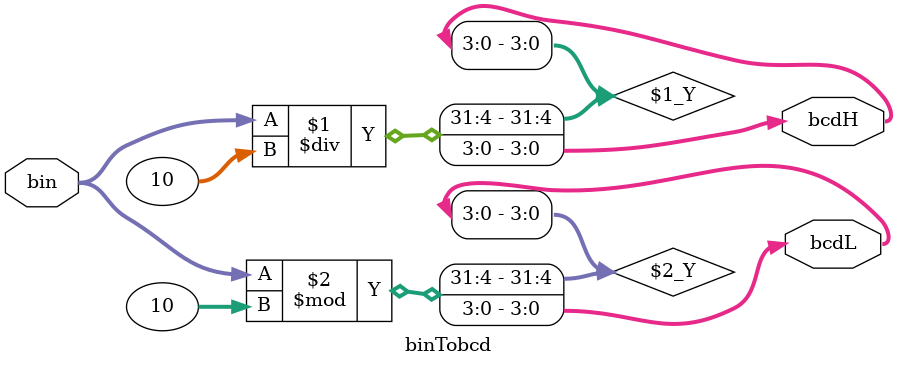
<source format=v>
module binTobcd(
	input [7:0] bin,
	output [3:0] bcdH,
	output [3:0] bcdL
);

assign bcdH = bin/10;
assign bcdL = bin%10;

endmodule

</source>
